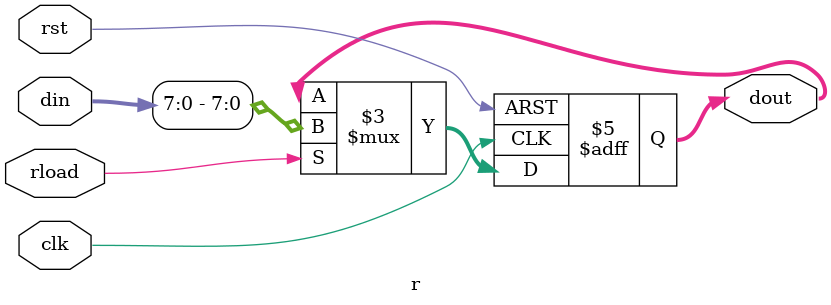
<source format=v>
/*R通用寄存器，用来存放第二个操作数*/
module r(din, clk, rst,rload,  dout);
input  clk, rst, rload;
input [15:0] din;
output [7:0]dout;

reg [7:0] dout;
always @(posedge clk or negedge rst)
	if(rst==0)
		dout<=0;
	else if(rload)
		dout[7:0]<=din[7:0];
endmodule



</source>
